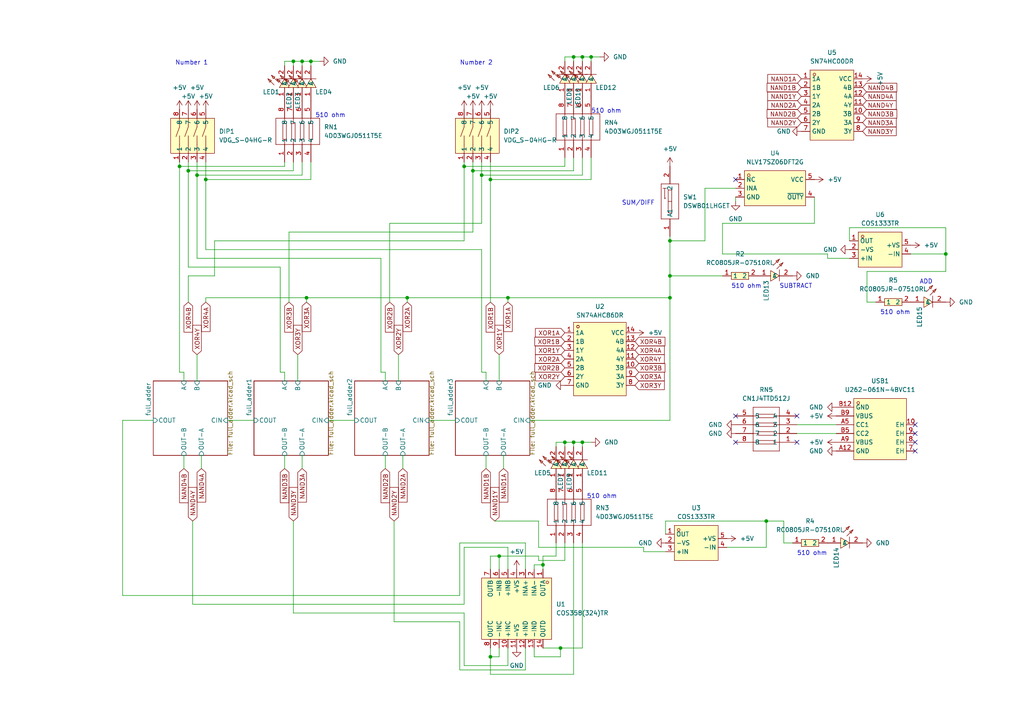
<source format=kicad_sch>
(kicad_sch (version 20211123) (generator eeschema)
  (paper "A4")
  (lib_symbols
    (symbol "!easyeda2kicad:DSWB01LHGET"
      (property "Reference" "SW" (at 0 5.08 0))
      (property "Value" "DSWB01LHGET" (at 0 -5.08 0))
      (symbol "DSWB01LHGET_0_1"
        (pin input line (at -10.16 0 0) (length 5.08) (name "A1") (number "1"))
        (pin input line (at 10.16 0 180) (length 5.08) (name "2") (number "2"))
      )
    )
    (symbol "!easyeda2kicad:VDG_S-04HG-R"
      (property "Reference" "DIP" (at 0 8.89 0))
      (property "Value" "VDG/S-04HG-R" (at 0 -8.89 0))
      (symbol "VDG_S-04HG-R_0_1"
        (pin unspecified line (at -7.62 3.81 0) (length 2.54) (name "1") (number "1"))
        (pin unspecified line (at -7.62 1.27 0) (length 2.54) (name "2") (number "2"))
        (pin unspecified line (at -7.62 -1.27 0) (length 2.54) (name "3") (number "3"))
        (pin unspecified line (at -7.62 -3.81 0) (length 2.54) (name "4") (number "4"))
        (pin unspecified line (at 7.62 -3.81 180) (length 2.54) (name "5") (number "5"))
        (pin unspecified line (at 7.62 -1.27 180) (length 2.54) (name "6") (number "6"))
        (pin unspecified line (at 7.62 1.27 180) (length 2.54) (name "7") (number "7"))
        (pin unspecified line (at 7.62 3.81 180) (length 2.54) (name "8") (number "8"))
      )
    )
    (symbol "easyeda2kicad:19-217_R6C-AL1M2VY_3T"
      (property "Reference" "LED" (at 0 3.81 0))
      (property "Value" "19-217/R6C-AL1M2VY/3T" (at 0 -6.35 0))
      (symbol "19-217_R6C-AL1M2VY_3T_0_1"
        (pin input line (at -5.08 -1.27 0) (length 3.81) (name "A") (number "1"))
        (pin input line (at 5.08 -1.27 180) (length 3.81) (name "C") (number "2"))
      )
    )
    (symbol "easyeda2kicad:4D03WGJ0511T5E"
      (property "Reference" "RN" (at 0 8.89 0))
      (property "Value" "4D03WGJ0511T5E" (at 0 -8.89 0))
      (symbol "4D03WGJ0511T5E_0_1"
        (pin input line (at -8.89 3.81 0) (length 5.08) (name "1") (number "1"))
        (pin input line (at -8.89 1.27 0) (length 5.08) (name "2") (number "2"))
        (pin input line (at -8.89 -1.27 0) (length 5.08) (name "3") (number "3"))
        (pin input line (at -8.89 -3.81 0) (length 5.08) (name "4") (number "4"))
        (pin input line (at 8.89 -3.81 180) (length 5.08) (name "5") (number "5"))
        (pin input line (at 8.89 -1.27 180) (length 5.08) (name "6") (number "6"))
        (pin input line (at 8.89 1.27 180) (length 5.08) (name "7") (number "7"))
        (pin input line (at 8.89 3.81 180) (length 5.08) (name "8") (number "8"))
      )
    )
    (symbol "easyeda2kicad:CN1J4TTD512J"
      (property "Reference" "RN" (at 0 8.89 0))
      (property "Value" "CN1J4TTD512J" (at 0 -8.89 0))
      (symbol "CN1J4TTD512J_0_1"
        (pin input line (at -8.89 3.81 0) (length 5.08) (name "1") (number "1"))
        (pin input line (at -8.89 1.27 0) (length 5.08) (name "2") (number "2"))
        (pin input line (at -8.89 -1.27 0) (length 5.08) (name "3") (number "3"))
        (pin input line (at -8.89 -3.81 0) (length 5.08) (name "4") (number "4"))
        (pin input line (at 8.89 -3.81 180) (length 5.08) (name "5") (number "5"))
        (pin input line (at 8.89 -1.27 180) (length 5.08) (name "6") (number "6"))
        (pin input line (at 8.89 1.27 180) (length 5.08) (name "7") (number "7"))
        (pin input line (at 8.89 3.81 180) (length 5.08) (name "8") (number "8"))
      )
    )
    (symbol "easyeda2kicad:COS1333TR"
      (property "Reference" "U" (at 0 7.62 0))
      (property "Value" "COS1333TR" (at 0 -7.62 0))
      (symbol "COS1333TR_0_1"
        (pin unspecified line (at -8.89 2.54 0) (length 2.54) (name "OUT") (number "1"))
        (pin unspecified line (at -8.89 0 0) (length 2.54) (name "-VS") (number "2"))
        (pin unspecified line (at -8.89 -2.54 0) (length 2.54) (name "+IN") (number "3"))
        (pin unspecified line (at 8.89 -1.27 180) (length 2.54) (name "-IN") (number "4"))
        (pin unspecified line (at 8.89 1.27 180) (length 2.54) (name "+VS") (number "5"))
      )
    )
    (symbol "easyeda2kicad:COS358(324)TR"
      (property "Reference" "U" (at 0 12.7 0))
      (property "Value" "COS358(324)TR" (at 0 -12.7 0))
      (symbol "COS358(324)TR_0_1"
        (pin unspecified line (at -11.43 7.62 0) (length 2.54) (name "OUTA") (number "1"))
        (pin unspecified line (at 11.43 -2.54 180) (length 2.54) (name "+INC") (number "10"))
        (pin unspecified line (at 11.43 0 180) (length 2.54) (name "-VS") (number "11"))
        (pin unspecified line (at 11.43 2.54 180) (length 2.54) (name "+IND") (number "12"))
        (pin unspecified line (at 11.43 5.08 180) (length 2.54) (name "-IND") (number "13"))
        (pin unspecified line (at 11.43 7.62 180) (length 2.54) (name "OUTD") (number "14"))
        (pin unspecified line (at -11.43 5.08 0) (length 2.54) (name "INA-") (number "2"))
        (pin unspecified line (at -11.43 2.54 0) (length 2.54) (name "INA+") (number "3"))
        (pin unspecified line (at -11.43 0 0) (length 2.54) (name "+VS") (number "4"))
        (pin unspecified line (at -11.43 -2.54 0) (length 2.54) (name "+INB") (number "5"))
        (pin unspecified line (at -11.43 -5.08 0) (length 2.54) (name "-INB") (number "6"))
        (pin unspecified line (at -11.43 -7.62 0) (length 2.54) (name "OUTB") (number "7"))
        (pin unspecified line (at 11.43 -7.62 180) (length 2.54) (name "OUTC") (number "8"))
        (pin unspecified line (at 11.43 -5.08 180) (length 2.54) (name "-INC") (number "9"))
      )
    )
    (symbol "easyeda2kicad:NLV17SZ06DFT2G"
      (property "Reference" "U" (at 0 7.62 0))
      (property "Value" "NLV17SZ06DFT2G" (at 0 -7.62 0))
      (symbol "NLV17SZ06DFT2G_0_1"
        (pin unspecified line (at -11.43 2.54 0) (length 2.54) (name "NC") (number "1"))
        (pin unspecified line (at -11.43 0 0) (length 2.54) (name "INA") (number "2"))
        (pin unspecified line (at -11.43 -2.54 0) (length 2.54) (name "GND") (number "3"))
        (pin unspecified line (at 11.43 -2.54 180) (length 2.54) (name "~{OUTY}") (number "4"))
        (pin unspecified line (at 11.43 2.54 180) (length 2.54) (name "VCC") (number "5"))
      )
    )
    (symbol "easyeda2kicad:RC0805JR-07510RL"
      (property "Reference" "R" (at 0 5.08 0))
      (property "Value" "RC0805JR-07510RL" (at 0 -5.08 0))
      (symbol "RC0805JR-07510RL_0_1"
        (pin input line (at -5.08 0 0) (length 2.54) (name "1") (number "1"))
        (pin input line (at 5.08 0 180) (length 2.54) (name "2") (number "2"))
      )
    )
    (symbol "easyeda2kicad:SN74AHC86DR"
      (property "Reference" "U" (at 0 12.7 0))
      (property "Value" "SN74AHC86DR" (at 0 -12.7 0))
      (symbol "SN74AHC86DR_0_1"
        (pin unspecified line (at -10.16 7.62 0) (length 2.54) (name "1A") (number "1"))
        (pin unspecified line (at 10.16 -2.54 180) (length 2.54) (name "3B") (number "10"))
        (pin unspecified line (at 10.16 0 180) (length 2.54) (name "4Y") (number "11"))
        (pin unspecified line (at 10.16 2.54 180) (length 2.54) (name "4A") (number "12"))
        (pin unspecified line (at 10.16 5.08 180) (length 2.54) (name "4B") (number "13"))
        (pin unspecified line (at 10.16 7.62 180) (length 2.54) (name "VCC") (number "14"))
        (pin unspecified line (at -10.16 5.08 0) (length 2.54) (name "1B") (number "2"))
        (pin unspecified line (at -10.16 2.54 0) (length 2.54) (name "1Y") (number "3"))
        (pin unspecified line (at -10.16 0 0) (length 2.54) (name "2A") (number "4"))
        (pin unspecified line (at -10.16 -2.54 0) (length 2.54) (name "2B") (number "5"))
        (pin unspecified line (at -10.16 -5.08 0) (length 2.54) (name "2Y") (number "6"))
        (pin unspecified line (at -10.16 -7.62 0) (length 2.54) (name "GND") (number "7"))
        (pin unspecified line (at 10.16 -7.62 180) (length 2.54) (name "3Y") (number "8"))
        (pin unspecified line (at 10.16 -5.08 180) (length 2.54) (name "3A") (number "9"))
      )
    )
    (symbol "easyeda2kicad:SN74HC00DR"
      (property "Reference" "U" (at 0 12.7 0))
      (property "Value" "SN74HC00DR" (at 0 -12.7 0))
      (symbol "SN74HC00DR_0_1"
        (pin unspecified line (at -8.89 7.62 0) (length 2.54) (name "1A") (number "1"))
        (pin unspecified line (at 8.89 -2.54 180) (length 2.54) (name "3B") (number "10"))
        (pin unspecified line (at 8.89 0 180) (length 2.54) (name "4Y") (number "11"))
        (pin unspecified line (at 8.89 2.54 180) (length 2.54) (name "4A") (number "12"))
        (pin unspecified line (at 8.89 5.08 180) (length 2.54) (name "4B") (number "13"))
        (pin unspecified line (at 8.89 7.62 180) (length 2.54) (name "VCC") (number "14"))
        (pin unspecified line (at -8.89 5.08 0) (length 2.54) (name "1B") (number "2"))
        (pin unspecified line (at -8.89 2.54 0) (length 2.54) (name "1Y") (number "3"))
        (pin unspecified line (at -8.89 0 0) (length 2.54) (name "2A") (number "4"))
        (pin unspecified line (at -8.89 -2.54 0) (length 2.54) (name "2B") (number "5"))
        (pin unspecified line (at -8.89 -5.08 0) (length 2.54) (name "2Y") (number "6"))
        (pin unspecified line (at -8.89 -7.62 0) (length 2.54) (name "GND") (number "7"))
        (pin unspecified line (at 8.89 -7.62 180) (length 2.54) (name "3Y") (number "8"))
        (pin unspecified line (at 8.89 -5.08 180) (length 2.54) (name "3A") (number "9"))
      )
    )
    (symbol "easyeda2kicad:U262-061N-4BVC11"
      (property "Reference" "USB" (at 0 11.43 0))
      (property "Value" "U262-061N-4BVC11" (at 0 -11.43 0))
      (symbol "U262-061N-4BVC11_0_1"
        (pin unspecified line (at 11.43 1.27 180) (length 2.54) (name "EH") (number "10"))
        (pin unspecified line (at 11.43 -6.35 180) (length 2.54) (name "EH") (number "7"))
        (pin unspecified line (at 11.43 -3.81 180) (length 2.54) (name "EH") (number "8"))
        (pin unspecified line (at 11.43 -1.27 180) (length 2.54) (name "EH") (number "9"))
        (pin unspecified line (at -11.43 -6.35 0) (length 5.08) (name "GND") (number "A12"))
        (pin unspecified line (at -11.43 1.27 0) (length 5.08) (name "CC1") (number "A5"))
        (pin unspecified line (at -11.43 -3.81 0) (length 5.08) (name "VBUS") (number "A9"))
        (pin unspecified line (at -11.43 6.35 0) (length 5.08) (name "GND") (number "B12"))
        (pin unspecified line (at -11.43 -1.27 0) (length 5.08) (name "CC2") (number "B5"))
        (pin unspecified line (at -11.43 3.81 0) (length 5.08) (name "VBUS") (number "B9"))
      )
    )
    (symbol "power:+5V" (power) (pin_names (offset 0))
      (property "Value" "+5V" (at 0 3.556 0))
      (symbol "+5V_1_1"
        (pin power_in line (at 0 0 90) (length 0) hide (name "+5V") (number "1"))
      )
    )
    (symbol "power:GND" (power) (pin_names (offset 0))
      (property "Value" "GND" (at 0 -3.81 0))
      (symbol "GND_1_1"
        (pin power_in line (at 0 0 270) (length 0) hide (name "GND") (number "1"))
      )
    )
  )
  (junction (at 168.91 128.27))
  (junction (at 168.91 16.51))
  (junction (at 222.25 151.13))
  (junction (at 166.37 16.51))
  (junction (at 139.7 50.8))
  (junction (at 147.32 86.36))
  (junction (at 163.83 128.27))
  (junction (at 134.62 48.26))
  (junction (at 142.24 52.07))
  (junction (at 87.63 17.78))
  (junction (at 118.11 86.36))
  (junction (at 162.56 187.96))
  (junction (at 85.09 17.78))
  (junction (at 274.32 73.66))
  (junction (at 171.45 16.51))
  (junction (at 88.9 86.36))
  (junction (at 54.61 49.53))
  (junction (at 90.17 17.78))
  (junction (at 137.16 49.53))
  (junction (at 194.31 80.01))
  (junction (at 194.31 69.85))
  (junction (at 157.48 163.83))
  (junction (at 52.07 48.26))
  (junction (at 194.31 86.36))
  (junction (at 59.69 52.07))
  (junction (at 57.15 50.8))
  (junction (at 166.37 128.27))
  (junction (at 142.24 190.5))
  (junction (at 144.78 161.29))
  (no_connect (at 213.36 52.07))
  (no_connect (at 213.36 120.65))
  (no_connect (at 231.14 120.65))
  (no_connect (at 231.14 128.27))
  (no_connect (at 213.36 128.27))
  (no_connect (at 265.43 125.73))
  (no_connect (at 265.43 123.19))
  (no_connect (at 265.43 128.27))
  (no_connect (at 265.43 130.81))
  (wire (pts (xy 87.63 46.99) (xy 87.63 50.8)))
  (wire (pts (xy 171.45 45.72) (xy 171.45 52.07)))
  (wire (pts (xy 53.34 107.95) (xy 53.34 110.49)))
  (wire (pts (xy 116.84 135.89) (xy 116.84 132.08)))
  (wire (pts (xy 88.9 86.36) (xy 88.9 87.63)))
  (wire (pts (xy 90.17 17.78) (xy 90.17 19.05)))
  (wire (pts (xy 157.48 165.1) (xy 157.48 163.83)))
  (wire (pts (xy 137.16 46.99) (xy 137.16 49.53)))
  (wire (pts (xy 274.32 66.04) (xy 274.32 73.66)))
  (wire (pts (xy 144.78 102.87) (xy 144.78 110.49)))
  (wire (pts (xy 154.94 187.96) (xy 154.94 190.5)))
  (wire (pts (xy 139.7 50.8) (xy 139.7 64.77)))
  (wire (pts (xy 87.63 135.89) (xy 87.63 132.08)))
  (wire (pts (xy 133.35 194.31) (xy 152.4 194.31)))
  (wire (pts (xy 171.45 16.51) (xy 171.45 17.78)))
  (wire (pts (xy 246.38 66.04) (xy 274.32 66.04)))
  (wire (pts (xy 246.38 69.85) (xy 246.38 66.04)))
  (wire (pts (xy 35.56 172.72) (xy 133.35 172.72)))
  (wire (pts (xy 236.22 64.77) (xy 209.55 64.77)))
  (wire (pts (xy 240.03 73.66) (xy 240.03 74.93)))
  (wire (pts (xy 137.16 49.53) (xy 137.16 67.31)))
  (wire (pts (xy 171.45 16.51) (xy 173.99 16.51)))
  (wire (pts (xy 146.05 135.89) (xy 146.05 132.08)))
  (wire (pts (xy 143.51 151.13) (xy 156.21 151.13)))
  (wire (pts (xy 161.29 161.29) (xy 161.29 157.48)))
  (wire (pts (xy 83.82 67.31) (xy 137.16 67.31)))
  (wire (pts (xy 139.7 46.99) (xy 139.7 50.8)))
  (wire (pts (xy 186.69 160.02) (xy 193.04 160.02)))
  (wire (pts (xy 82.55 17.78) (xy 85.09 17.78)))
  (wire (pts (xy 90.17 46.99) (xy 90.17 52.07)))
  (wire (pts (xy 111.76 135.89) (xy 111.76 132.08)))
  (wire (pts (xy 86.36 102.87) (xy 86.36 110.49)))
  (wire (pts (xy 209.55 64.77) (xy 209.55 73.66)))
  (wire (pts (xy 58.42 135.89) (xy 58.42 132.08)))
  (wire (pts (xy 156.21 161.29) (xy 156.21 162.56)))
  (wire (pts (xy 144.78 161.29) (xy 156.21 161.29)))
  (wire (pts (xy 240.03 74.93) (xy 246.38 74.93)))
  (wire (pts (xy 154.94 190.5) (xy 162.56 190.5)))
  (wire (pts (xy 142.24 190.5) (xy 142.24 187.96)))
  (wire (pts (xy 166.37 16.51) (xy 168.91 16.51)))
  (wire (pts (xy 163.83 45.72) (xy 163.83 48.26)))
  (wire (pts (xy 85.09 177.8) (xy 134.62 177.8)))
  (wire (pts (xy 142.24 195.58) (xy 142.24 190.5)))
  (wire (pts (xy 53.34 135.89) (xy 53.34 132.08)))
  (wire (pts (xy 81.28 107.95) (xy 82.55 107.95)))
  (wire (pts (xy 227.33 151.13) (xy 227.33 157.48)))
  (wire (pts (xy 168.91 45.72) (xy 168.91 50.8)))
  (wire (pts (xy 52.07 48.26) (xy 52.07 107.95)))
  (wire (pts (xy 59.69 72.39) (xy 139.7 72.39)))
  (wire (pts (xy 114.3 180.34) (xy 133.35 180.34)))
  (wire (pts (xy 95.25 121.92) (xy 102.87 121.92)))
  (wire (pts (xy 142.24 165.1) (xy 142.24 161.29)))
  (wire (pts (xy 274.32 73.66) (xy 274.32 78.74)))
  (wire (pts (xy 134.62 46.99) (xy 134.62 48.26)))
  (wire (pts (xy 156.21 158.75) (xy 186.69 158.75)))
  (wire (pts (xy 222.25 158.75) (xy 222.25 151.13)))
  (wire (pts (xy 139.7 64.77) (xy 113.03 64.77)))
  (wire (pts (xy 134.62 158.75) (xy 147.32 158.75)))
  (wire (pts (xy 90.17 52.07) (xy 59.69 52.07)))
  (wire (pts (xy 213.36 54.61) (xy 204.47 54.61)))
  (wire (pts (xy 166.37 195.58) (xy 142.24 195.58)))
  (wire (pts (xy 168.91 50.8) (xy 139.7 50.8)))
  (wire (pts (xy 144.78 161.29) (xy 144.78 165.1)))
  (wire (pts (xy 166.37 16.51) (xy 166.37 17.78)))
  (wire (pts (xy 168.91 128.27) (xy 168.91 129.54)))
  (wire (pts (xy 156.21 162.56) (xy 163.83 162.56)))
  (wire (pts (xy 82.55 19.05) (xy 82.55 17.78)))
  (wire (pts (xy 134.62 69.85) (xy 62.23 69.85)))
  (wire (pts (xy 193.04 154.94) (xy 193.04 151.13)))
  (wire (pts (xy 194.31 69.85) (xy 194.31 80.01)))
  (wire (pts (xy 166.37 128.27) (xy 168.91 128.27)))
  (wire (pts (xy 147.32 158.75) (xy 147.32 165.1)))
  (wire (pts (xy 82.55 135.89) (xy 82.55 132.08)))
  (wire (pts (xy 154.94 165.1) (xy 154.94 163.83)))
  (wire (pts (xy 118.11 86.36) (xy 118.11 87.63)))
  (wire (pts (xy 140.97 107.95) (xy 140.97 110.49)))
  (wire (pts (xy 139.7 72.39) (xy 139.7 107.95)))
  (wire (pts (xy 54.61 46.99) (xy 54.61 49.53)))
  (wire (pts (xy 251.46 87.63) (xy 254 87.63)))
  (wire (pts (xy 134.62 175.26) (xy 134.62 158.75)))
  (wire (pts (xy 114.3 151.13) (xy 114.3 180.34)))
  (wire (pts (xy 139.7 107.95) (xy 140.97 107.95)))
  (wire (pts (xy 194.31 121.92) (xy 194.31 86.36)))
  (wire (pts (xy 152.4 194.31) (xy 152.4 187.96)))
  (wire (pts (xy 52.07 107.95) (xy 53.34 107.95)))
  (wire (pts (xy 157.48 163.83) (xy 157.48 161.29)))
  (wire (pts (xy 82.55 107.95) (xy 82.55 110.49)))
  (wire (pts (xy 124.46 121.92) (xy 132.08 121.92)))
  (wire (pts (xy 193.04 151.13) (xy 222.25 151.13)))
  (wire (pts (xy 163.83 17.78) (xy 163.83 16.51)))
  (wire (pts (xy 171.45 52.07) (xy 142.24 52.07)))
  (wire (pts (xy 204.47 54.61) (xy 204.47 69.85)))
  (wire (pts (xy 62.23 69.85) (xy 62.23 80.01)))
  (wire (pts (xy 156.21 151.13) (xy 156.21 158.75)))
  (wire (pts (xy 163.83 128.27) (xy 163.83 129.54)))
  (wire (pts (xy 147.32 193.04) (xy 134.62 193.04)))
  (wire (pts (xy 137.16 49.53) (xy 166.37 49.53)))
  (wire (pts (xy 236.22 57.15) (xy 236.22 64.77)))
  (wire (pts (xy 87.63 17.78) (xy 90.17 17.78)))
  (wire (pts (xy 87.63 17.78) (xy 87.63 19.05)))
  (wire (pts (xy 231.14 123.19) (xy 242.57 123.19)))
  (wire (pts (xy 147.32 87.63) (xy 147.32 86.36)))
  (wire (pts (xy 144.78 190.5) (xy 142.24 190.5)))
  (wire (pts (xy 55.88 175.26) (xy 134.62 175.26)))
  (wire (pts (xy 168.91 187.96) (xy 168.91 157.48)))
  (wire (pts (xy 209.55 80.01) (xy 194.31 80.01)))
  (wire (pts (xy 142.24 161.29) (xy 144.78 161.29)))
  (wire (pts (xy 161.29 128.27) (xy 163.83 128.27)))
  (wire (pts (xy 153.67 121.92) (xy 194.31 121.92)))
  (wire (pts (xy 227.33 157.48) (xy 229.87 157.48)))
  (wire (pts (xy 168.91 16.51) (xy 168.91 17.78)))
  (wire (pts (xy 35.56 121.92) (xy 44.45 121.92)))
  (wire (pts (xy 59.69 86.36) (xy 59.69 87.63)))
  (wire (pts (xy 133.35 157.48) (xy 152.4 157.48)))
  (wire (pts (xy 57.15 46.99) (xy 57.15 50.8)))
  (wire (pts (xy 166.37 45.72) (xy 166.37 49.53)))
  (wire (pts (xy 210.82 158.75) (xy 222.25 158.75)))
  (wire (pts (xy 133.35 180.34) (xy 133.35 194.31)))
  (wire (pts (xy 110.49 107.95) (xy 110.49 74.93)))
  (wire (pts (xy 57.15 102.87) (xy 57.15 110.49)))
  (wire (pts (xy 83.82 87.63) (xy 83.82 67.31)))
  (wire (pts (xy 274.32 78.74) (xy 251.46 78.74)))
  (wire (pts (xy 59.69 52.07) (xy 59.69 72.39)))
  (wire (pts (xy 134.62 48.26) (xy 134.62 69.85)))
  (wire (pts (xy 186.69 158.75) (xy 186.69 160.02)))
  (wire (pts (xy 57.15 50.8) (xy 57.15 74.93)))
  (wire (pts (xy 264.16 73.66) (xy 274.32 73.66)))
  (wire (pts (xy 85.09 17.78) (xy 87.63 17.78)))
  (wire (pts (xy 154.94 163.83) (xy 157.48 163.83)))
  (wire (pts (xy 62.23 80.01) (xy 54.61 80.01)))
  (wire (pts (xy 163.83 16.51) (xy 166.37 16.51)))
  (wire (pts (xy 161.29 129.54) (xy 161.29 128.27)))
  (wire (pts (xy 147.32 187.96) (xy 147.32 193.04)))
  (wire (pts (xy 55.88 175.26) (xy 55.88 151.13)))
  (wire (pts (xy 115.57 102.87) (xy 115.57 110.49)))
  (wire (pts (xy 166.37 128.27) (xy 166.37 129.54)))
  (wire (pts (xy 85.09 17.78) (xy 85.09 19.05)))
  (wire (pts (xy 87.63 50.8) (xy 57.15 50.8)))
  (wire (pts (xy 88.9 86.36) (xy 59.69 86.36)))
  (wire (pts (xy 163.83 128.27) (xy 166.37 128.27)))
  (wire (pts (xy 231.14 125.73) (xy 242.57 125.73)))
  (wire (pts (xy 54.61 49.53) (xy 54.61 77.47)))
  (wire (pts (xy 194.31 86.36) (xy 147.32 86.36)))
  (wire (pts (xy 152.4 157.48) (xy 152.4 165.1)))
  (wire (pts (xy 209.55 73.66) (xy 240.03 73.66)))
  (wire (pts (xy 213.36 58.42) (xy 213.36 57.15)))
  (wire (pts (xy 134.62 48.26) (xy 163.83 48.26)))
  (wire (pts (xy 90.17 17.78) (xy 92.71 17.78)))
  (wire (pts (xy 194.31 68.58) (xy 194.31 69.85)))
  (wire (pts (xy 162.56 190.5) (xy 162.56 187.96)))
  (wire (pts (xy 251.46 78.74) (xy 251.46 87.63)))
  (wire (pts (xy 166.37 157.48) (xy 166.37 195.58)))
  (wire (pts (xy 204.47 69.85) (xy 194.31 69.85)))
  (wire (pts (xy 133.35 172.72) (xy 133.35 157.48)))
  (wire (pts (xy 35.56 172.72) (xy 35.56 121.92)))
  (wire (pts (xy 54.61 77.47) (xy 81.28 77.47)))
  (wire (pts (xy 142.24 46.99) (xy 142.24 52.07)))
  (wire (pts (xy 66.04 121.92) (xy 73.66 121.92)))
  (wire (pts (xy 157.48 161.29) (xy 161.29 161.29)))
  (wire (pts (xy 113.03 64.77) (xy 113.03 87.63)))
  (wire (pts (xy 110.49 74.93) (xy 57.15 74.93)))
  (wire (pts (xy 142.24 52.07) (xy 142.24 87.63)))
  (wire (pts (xy 85.09 46.99) (xy 85.09 49.53)))
  (wire (pts (xy 157.48 187.96) (xy 162.56 187.96)))
  (wire (pts (xy 59.69 46.99) (xy 59.69 52.07)))
  (wire (pts (xy 52.07 46.99) (xy 52.07 48.26)))
  (wire (pts (xy 140.97 135.89) (xy 140.97 132.08)))
  (wire (pts (xy 85.09 49.53) (xy 54.61 49.53)))
  (wire (pts (xy 85.09 177.8) (xy 85.09 151.13)))
  (wire (pts (xy 222.25 151.13) (xy 227.33 151.13)))
  (wire (pts (xy 82.55 46.99) (xy 82.55 48.26)))
  (wire (pts (xy 82.55 48.26) (xy 52.07 48.26)))
  (wire (pts (xy 118.11 86.36) (xy 88.9 86.36)))
  (wire (pts (xy 168.91 128.27) (xy 171.45 128.27)))
  (wire (pts (xy 54.61 80.01) (xy 54.61 87.63)))
  (wire (pts (xy 111.76 110.49) (xy 111.76 107.95)))
  (wire (pts (xy 162.56 187.96) (xy 168.91 187.96)))
  (wire (pts (xy 111.76 107.95) (xy 110.49 107.95)))
  (wire (pts (xy 144.78 187.96) (xy 144.78 190.5)))
  (wire (pts (xy 134.62 193.04) (xy 134.62 177.8)))
  (wire (pts (xy 118.11 86.36) (xy 147.32 86.36)))
  (wire (pts (xy 81.28 77.47) (xy 81.28 107.95)))
  (wire (pts (xy 168.91 16.51) (xy 171.45 16.51)))
  (wire (pts (xy 163.83 157.48) (xy 163.83 162.56)))
  (wire (pts (xy 194.31 80.01) (xy 194.31 86.36)))
  (text "Number 2\n" (at 133.35 19.05 0) (effects (font (size 1.27 1.27)) (justify left bottom)))
  (text "SUBTRACT" (at 226.06 83.82 0) (effects (font (size 1.27 1.27)) (justify left bottom)))
  (text "510 ohm" (at 212.09 83.82 0) (effects (font (size 1.27 1.27)) (justify left bottom)))
  (text "Number 1\n" (at 50.8 19.05 0) (effects (font (size 1.27 1.27)) (justify left bottom)))
  (text "510 ohm" (at 171.45 33.02 0) (effects (font (size 1.27 1.27)) (justify left bottom)))
  (text "510 ohm" (at 91.44 34.29 0) (effects (font (size 1.27 1.27)) (justify left bottom)))
  (text "ADD\n" (at 266.7 82.55 0) (effects (font (size 1.27 1.27)) (justify left bottom)))
  (text "510 ohm" (at 231.14 161.29 0) (effects (font (size 1.27 1.27)) (justify left bottom)))
  (text "510 ohm" (at 170.18 144.78 0) (effects (font (size 1.27 1.27)) (justify left bottom)))
  (text "510 ohm" (at 255.27 91.44 0) (effects (font (size 1.27 1.27)) (justify left bottom)))
  (text "SUM/DIFF" (at 180.34 59.69 0) (effects (font (size 1.27 1.27)) (justify left bottom)))
  (global_label "XOR2B" (shape input) (at 163.83 106.68 180) (property "Intersheet References" "${INTERSHEET_REFS}" (effects hide)))
  (global_label "NAND4A" (shape input) (at 250.19 27.94 0) (property "Intersheet References" "${INTERSHEET_REFS}" (effects hide)))
  (global_label "NAND1B" (shape input) (at 232.41 25.4 180) (property "Intersheet References" "${INTERSHEET_REFS}" (effects hide)))
  (global_label "NAND1A" (shape input) (at 146.05 135.89 270) (property "Intersheet References" "${INTERSHEET_REFS}" (effects hide)))
  (global_label "NAND3B" (shape input) (at 82.55 135.89 270) (property "Intersheet References" "${INTERSHEET_REFS}" (effects hide)))
  (global_label "NAND1Y" (shape input) (at 143.51 151.13 90) (property "Intersheet References" "${INTERSHEET_REFS}" (effects hide)))
  (global_label "NAND3B" (shape input) (at 250.19 33.02 0) (property "Intersheet References" "${INTERSHEET_REFS}" (effects hide)))
  (global_label "NAND4B" (shape input) (at 53.34 135.89 270) (property "Intersheet References" "${INTERSHEET_REFS}" (effects hide)))
  (global_label "XOR1Y" (shape input) (at 144.78 102.87 90) (property "Intersheet References" "${INTERSHEET_REFS}" (effects hide)))
  (global_label "XOR1A" (shape input) (at 163.83 96.52 180) (property "Intersheet References" "${INTERSHEET_REFS}" (effects hide)))
  (global_label "XOR2Y" (shape input) (at 115.57 102.87 90) (property "Intersheet References" "${INTERSHEET_REFS}" (effects hide)))
  (global_label "XOR2A" (shape input) (at 118.11 87.63 270) (property "Intersheet References" "${INTERSHEET_REFS}" (effects hide)))
  (global_label "NAND4Y" (shape input) (at 250.19 30.48 0) (property "Intersheet References" "${INTERSHEET_REFS}" (effects hide)))
  (global_label "NAND2A" (shape input) (at 116.84 135.89 270) (property "Intersheet References" "${INTERSHEET_REFS}" (effects hide)))
  (global_label "XOR2Y" (shape input) (at 163.83 109.22 180) (property "Intersheet References" "${INTERSHEET_REFS}" (effects hide)))
  (global_label "NAND4Y" (shape input) (at 55.88 151.13 90) (property "Intersheet References" "${INTERSHEET_REFS}" (effects hide)))
  (global_label "XOR4Y" (shape input) (at 184.15 104.14 0) (property "Intersheet References" "${INTERSHEET_REFS}" (effects hide)))
  (global_label "NAND1A" (shape input) (at 232.41 22.86 180) (property "Intersheet References" "${INTERSHEET_REFS}" (effects hide)))
  (global_label "NAND2B" (shape input) (at 111.76 135.89 270) (property "Intersheet References" "${INTERSHEET_REFS}" (effects hide)))
  (global_label "XOR1B" (shape input) (at 163.83 99.06 180) (property "Intersheet References" "${INTERSHEET_REFS}" (effects hide)))
  (global_label "XOR3Y" (shape input) (at 184.15 111.76 0) (property "Intersheet References" "${INTERSHEET_REFS}" (effects hide)))
  (global_label "XOR2B" (shape input) (at 113.03 87.63 270) (property "Intersheet References" "${INTERSHEET_REFS}" (effects hide)))
  (global_label "XOR3Y" (shape input) (at 86.36 102.87 90) (property "Intersheet References" "${INTERSHEET_REFS}" (effects hide)))
  (global_label "XOR4B" (shape input) (at 184.15 99.06 0) (property "Intersheet References" "${INTERSHEET_REFS}" (effects hide)))
  (global_label "NAND2Y" (shape input) (at 114.3 151.13 90) (property "Intersheet References" "${INTERSHEET_REFS}" (effects hide)))
  (global_label "XOR1B" (shape input) (at 142.24 87.63 270) (property "Intersheet References" "${INTERSHEET_REFS}" (effects hide)))
  (global_label "NAND3Y" (shape input) (at 250.19 38.1 0) (property "Intersheet References" "${INTERSHEET_REFS}" (effects hide)))
  (global_label "NAND4B" (shape input) (at 250.19 25.4 0) (property "Intersheet References" "${INTERSHEET_REFS}" (effects hide)))
  (global_label "NAND3A" (shape input) (at 87.63 135.89 270) (property "Intersheet References" "${INTERSHEET_REFS}" (effects hide)))
  (global_label "XOR1Y" (shape input) (at 163.83 101.6 180) (property "Intersheet References" "${INTERSHEET_REFS}" (effects hide)))
  (global_label "NAND2B" (shape input) (at 232.41 33.02 180) (property "Intersheet References" "${INTERSHEET_REFS}" (effects hide)))
  (global_label "XOR2A" (shape input) (at 163.83 104.14 180) (property "Intersheet References" "${INTERSHEET_REFS}" (effects hide)))
  (global_label "XOR4Y" (shape input) (at 57.15 102.87 90) (property "Intersheet References" "${INTERSHEET_REFS}" (effects hide)))
  (global_label "NAND1B" (shape input) (at 140.97 135.89 270) (property "Intersheet References" "${INTERSHEET_REFS}" (effects hide)))
  (global_label "NAND1Y" (shape input) (at 232.41 27.94 180) (property "Intersheet References" "${INTERSHEET_REFS}" (effects hide)))
  (global_label "XOR3A" (shape input) (at 184.15 109.22 0) (property "Intersheet References" "${INTERSHEET_REFS}" (effects hide)))
  (global_label "NAND3Y" (shape input) (at 85.09 151.13 90) (property "Intersheet References" "${INTERSHEET_REFS}" (effects hide)))
  (global_label "XOR1A" (shape input) (at 147.32 87.63 270) (property "Intersheet References" "${INTERSHEET_REFS}" (effects hide)))
  (global_label "XOR3B" (shape input) (at 83.82 87.63 270) (property "Intersheet References" "${INTERSHEET_REFS}" (effects hide)))
  (global_label "XOR3B" (shape input) (at 184.15 106.68 0) (property "Intersheet References" "${INTERSHEET_REFS}" (effects hide)))
  (global_label "XOR4B" (shape input) (at 54.61 87.63 270) (property "Intersheet References" "${INTERSHEET_REFS}" (effects hide)))
  (global_label "NAND3A" (shape input) (at 250.19 35.56 0) (property "Intersheet References" "${INTERSHEET_REFS}" (effects hide)))
  (global_label "XOR3A" (shape input) (at 88.9 87.63 270) (property "Intersheet References" "${INTERSHEET_REFS}" (effects hide)))
  (global_label "XOR4A" (shape input) (at 59.69 87.63 270) (property "Intersheet References" "${INTERSHEET_REFS}" (effects hide)))
  (global_label "NAND4A" (shape input) (at 58.42 135.89 270) (property "Intersheet References" "${INTERSHEET_REFS}" (effects hide)))
  (global_label "NAND2A" (shape input) (at 232.41 30.48 180) (property "Intersheet References" "${INTERSHEET_REFS}" (effects hide)))
  (global_label "XOR4A" (shape input) (at 184.15 101.6 0) (property "Intersheet References" "${INTERSHEET_REFS}" (effects hide)))
  (global_label "NAND2Y" (shape input) (at 232.41 35.56 180) (property "Intersheet References" "${INTERSHEET_REFS}" (effects hide)))
  (symbol (lib_id "power:+5V") (at 194.31 48.26 0) (unit 1)
    (property "Reference" "#PWR021" (effects hide))
    (property "Value" "+5V" (at 194.31 43.18 0))
  )
  (symbol (lib_id "easyeda2kicad:4D03WGJ0511T5E") (at 167.64 36.83 90) (unit 1)
    (property "Reference" "RN4" (at 175.26 35.5599 90) (effects (justify right)))
    (property "Value" "4D03WGJ0511T5E" (at 175.26 38.0999 90) (effects (justify right)))
    (property "Footprint" "easyeda2kicad:RES-ARRAY-SMD_0603-8P-L3.2-W1.6-BL" (effects hide))
    (property "Datasheet" "https://lcsc.com/product-detail/Resistor-Networks-Arrays_510R-511-5_C25511.html" (effects hide))
    (property "Manufacturer" "UniOhm" (effects hide))
    (property "LCSC Part" "C25511" (effects hide))
    (property "JLC Part" "Extended Part" (effects hide))
  )
  (symbol (lib_id "easyeda2kicad:19-217_R6C-AL1M2VY_3T") (at 162.56 134.62 90) (unit 1)
    (property "Reference" "LED7" (at 162.56 137.16 0) (effects (justify right)))
    (property "Value" "19-217_R6C-AL1M2VY_3T" (effects hide))
    (property "Footprint" "easyeda2kicad:LED0603-R-RD" (effects hide))
    (property "Datasheet" "https://lcsc.com/product-detail/Light-Emitting-Diodes-LED_0603-Red-LED_C72044.html" (effects hide))
    (property "Manufacturer" "EVERLIGHT(亿光)" (effects hide))
    (property "LCSC Part" "C72044" (effects hide))
    (property "JLC Part" "Extended Part" (effects hide))
  )
  (symbol (lib_id "power:+5V") (at 57.15 31.75 0) (unit 1)
    (property "Reference" "#PWR03" (effects hide))
    (property "Value" "+5V" (at 57.15 25.4 0))
  )
  (symbol (lib_id "power:+5V") (at 210.82 156.21 270) (unit 1)
    (property "Reference" "#PWR022" (effects hide))
    (property "Value" "+5V" (at 214.63 156.2099 90) (effects (justify left)))
  )
  (symbol (lib_id "power:+5V") (at 242.57 128.27 90) (unit 1)
    (property "Reference" "#PWR032" (effects hide))
    (property "Value" "+5V" (at 238.76 128.2699 90) (effects (justify left)))
  )
  (symbol (lib_id "power:+5V") (at 59.69 31.75 0) (unit 1)
    (property "Reference" "#PWR04" (effects hide))
    (property "Value" "+5V" (at 59.69 27.94 0))
  )
  (symbol (lib_id "!easyeda2kicad:DSWB01LHGET") (at 194.31 58.42 90) (unit 1)
    (property "Reference" "SW1" (at 198.12 57.1499 90) (effects (justify right)))
    (property "Value" "DSWB01LHGET" (at 198.12 59.6899 90) (effects (justify right)))
    (property "Footprint" "easyeda2kicad:SW-TH_DSWB01LHGET" (effects hide))
    (property "Datasheet" "https://lcsc.com/product-detail/DIP-Switches_2-54mm-1_C126888.html" (effects hide))
    (property "Manufacturer" "YE" (effects hide))
    (property "LCSC Part" "C126888" (effects hide))
    (property "JLC Part" "Extended Part" (effects hide))
  )
  (symbol (lib_id "easyeda2kicad:CN1J4TTD512J") (at 222.25 124.46 180) (unit 1)
    (property "Reference" "RN5" (at 222.25 113.03 0))
    (property "Value" "CN1J4TTD512J" (at 222.25 115.57 0))
    (property "Footprint" "easyeda2kicad:RES-ARRAY-SMD_0603-8P-L3.2-W1.6-BL" (effects hide))
    (property "Datasheet" "https://lcsc.com/product-detail/Others_KOA-Speer-Elec-CN1J4TTD512J_C240740.html" (effects hide))
    (property "Manufacturer" "KOA" (effects hide))
    (property "LCSC Part" "C240740" (effects hide))
    (property "JLC Part" "Extended Part" (effects hide))
  )
  (symbol (lib_id "easyeda2kicad:U262-061N-4BVC11") (at 254 124.46 0) (unit 1)
    (property "Reference" "USB1" (at 255.27 110.49 0))
    (property "Value" "U262-061N-4BVC11" (at 255.27 113.03 0))
    (property "Footprint" "easyeda2kicad:USB-SMD_U262-061N-4BVC11" (effects hide))
    (property "Manufacturer" "XKB Connectivity(中国星坤)" (effects hide))
    (property "LCSC Part" "C2764612" (effects hide))
    (property "JLC Part" "Extended Part" (effects hide))
  )
  (symbol (lib_id "power:GND") (at 193.04 157.48 270) (unit 1)
    (property "Reference" "#PWR020" (effects hide))
    (property "Value" "GND" (at 189.23 157.4799 90) (effects (justify right)))
  )
  (symbol (lib_id "power:GND") (at 149.86 187.96 0) (unit 1)
    (property "Reference" "#PWR013" (effects hide))
    (property "Value" "GND" (at 149.86 193.04 0))
  )
  (symbol (lib_id "easyeda2kicad:RC0805JR-07510RL") (at 234.95 157.48 0) (unit 1)
    (property "Reference" "R4" (at 234.95 151.13 0))
    (property "Value" "RC0805JR-07510RL" (at 234.95 153.67 0))
    (property "Footprint" "easyeda2kicad:R0805" (effects hide))
    (property "Datasheet" "https://lcsc.com/product-detail/Chip-Resistor-Surface-Mount_510R-511-5_C114744.html" (effects hide))
    (property "Manufacturer" "YAGEO(国巨)" (effects hide))
    (property "LCSC Part" "C114744" (effects hide))
    (property "JLC Part" "Extended Part" (effects hide))
  )
  (symbol (lib_id "easyeda2kicad:19-217_R6C-AL1M2VY_3T") (at 160.02 134.62 90) (unit 1)
    (property "Reference" "LED5" (at 154.94 137.16 90) (effects (justify right)))
    (property "Value" "19-217_R6C-AL1M2VY_3T" (effects hide))
    (property "Footprint" "easyeda2kicad:LED0603-R-RD" (effects hide))
    (property "Datasheet" "https://lcsc.com/product-detail/Light-Emitting-Diodes-LED_0603-Red-LED_C72044.html" (effects hide))
    (property "Manufacturer" "EVERLIGHT(亿光)" (effects hide))
    (property "LCSC Part" "C72044" (effects hide))
    (property "JLC Part" "Extended Part" (effects hide))
  )
  (symbol (lib_id "!easyeda2kicad:VDG_S-04HG-R") (at 55.88 39.37 90) (unit 1)
    (property "Reference" "DIP1" (at 63.5 38.0999 90) (effects (justify right)))
    (property "Value" "VDG_S-04HG-R" (at 63.5 40.6399 90) (effects (justify right)))
    (property "Footprint" "easyeda2kicad:SW-TH_8P-L11.7-W9.9-P2.54" (effects hide))
    (property "Datasheet" "https://lcsc.com/product-detail/DIP-Switches_4segment8-red_C15781.html" (effects hide))
    (property "Manufacturer" "TONVER(东威)" (effects hide))
    (property "LCSC Part" "C15781" (effects hide))
    (property "JLC Part" "Extended Part" (effects hide))
  )
  (symbol (lib_id "easyeda2kicad:4D03WGJ0511T5E") (at 86.36 38.1 90) (unit 1)
    (property "Reference" "RN1" (at 93.98 36.8299 90) (effects (justify right)))
    (property "Value" "4D03WGJ0511T5E" (at 93.98 39.3699 90) (effects (justify right)))
    (property "Footprint" "easyeda2kicad:RES-ARRAY-SMD_0603-8P-L3.2-W1.6-BL" (effects hide))
    (property "Datasheet" "https://lcsc.com/product-detail/Resistor-Networks-Arrays_510R-511-5_C25511.html" (effects hide))
    (property "Manufacturer" "UniOhm" (effects hide))
    (property "LCSC Part" "C25511" (effects hide))
    (property "JLC Part" "Extended Part" (effects hide))
  )
  (symbol (lib_id "power:+5V") (at 264.16 71.12 270) (unit 1)
    (property "Reference" "#PWR037" (effects hide))
    (property "Value" "+5V" (at 267.97 71.1199 90) (effects (justify left)))
  )
  (symbol (lib_id "power:+5V") (at 242.57 120.65 90) (unit 1)
    (property "Reference" "#PWR031" (effects hide))
    (property "Value" "+5V" (at 238.76 120.6499 90) (effects (justify left)))
  )
  (symbol (lib_id "power:+5V") (at 139.7 31.75 0) (unit 1)
    (property "Reference" "#PWR08" (effects hide))
    (property "Value" "+5V" (at 139.7 25.4 0))
  )
  (symbol (lib_id "easyeda2kicad:19-217_R6C-AL1M2VY_3T") (at 165.1 22.86 90) (unit 1)
    (property "Reference" "LED8" (at 165.1 25.4 0) (effects (justify right)))
    (property "Value" "19-217_R6C-AL1M2VY_3T" (effects hide))
    (property "Footprint" "easyeda2kicad:LED0603-R-RD" (effects hide))
    (property "Datasheet" "https://lcsc.com/product-detail/Light-Emitting-Diodes-LED_0603-Red-LED_C72044.html" (effects hide))
    (property "Manufacturer" "EVERLIGHT(亿光)" (effects hide))
    (property "LCSC Part" "C72044" (effects hide))
    (property "JLC Part" "Extended Part" (effects hide))
  )
  (symbol (lib_id "power:GND") (at 213.36 125.73 270) (unit 1)
    (property "Reference" "#PWR026" (effects hide))
    (property "Value" "GND" (at 209.55 125.7299 90) (effects (justify right)))
  )
  (symbol (lib_id "easyeda2kicad:NLV17SZ06DFT2G") (at 224.79 54.61 0) (unit 1)
    (property "Reference" "U4" (at 224.79 44.45 0))
    (property "Value" "NLV17SZ06DFT2G" (at 224.79 46.99 0))
    (property "Footprint" "easyeda2kicad:SC-88A_L2.0-W1.3-P0.65-LS2.1-BR" (effects hide))
    (property "Manufacturer" "onsemi(安森美)" (effects hide))
    (property "LCSC Part" "C893569" (effects hide))
    (property "JLC Part" "Extended Part" (effects hide))
  )
  (symbol (lib_id "easyeda2kicad:19-217_R6C-AL1M2VY_3T") (at 165.1 134.62 90) (unit 1)
    (property "Reference" "LED9" (at 165.1 137.16 0) (effects (justify right)))
    (property "Value" "19-217_R6C-AL1M2VY_3T" (effects hide))
    (property "Footprint" "easyeda2kicad:LED0603-R-RD" (effects hide))
    (property "Datasheet" "https://lcsc.com/product-detail/Light-Emitting-Diodes-LED_0603-Red-LED_C72044.html" (effects hide))
    (property "Manufacturer" "EVERLIGHT(亿光)" (effects hide))
    (property "LCSC Part" "C72044" (effects hide))
    (property "JLC Part" "Extended Part" (effects hide))
  )
  (symbol (lib_id "power:GND") (at 173.99 16.51 90) (unit 1)
    (property "Reference" "#PWR018" (effects hide))
    (property "Value" "GND" (at 177.8 16.5099 90) (effects (justify right)))
  )
  (symbol (lib_id "easyeda2kicad:19-217_R6C-AL1M2VY_3T") (at 167.64 22.86 90) (unit 1)
    (property "Reference" "LED10" (at 167.64 25.4 0) (effects (justify right)))
    (property "Value" "19-217_R6C-AL1M2VY_3T" (effects hide))
    (property "Footprint" "easyeda2kicad:LED0603-R-RD" (effects hide))
    (property "Datasheet" "https://lcsc.com/product-detail/Light-Emitting-Diodes-LED_0603-Red-LED_C72044.html" (effects hide))
    (property "Manufacturer" "EVERLIGHT(亿光)" (effects hide))
    (property "LCSC Part" "C72044" (effects hide))
    (property "JLC Part" "Extended Part" (effects hide))
  )
  (symbol (lib_id "easyeda2kicad:19-217_R6C-AL1M2VY_3T") (at 170.18 22.86 90) (unit 1)
    (property "Reference" "LED12" (at 172.72 25.4 90) (effects (justify right)))
    (property "Value" "19-217_R6C-AL1M2VY_3T" (effects hide))
    (property "Footprint" "easyeda2kicad:LED0603-R-RD" (effects hide))
    (property "Datasheet" "https://lcsc.com/product-detail/Light-Emitting-Diodes-LED_0603-Red-LED_C72044.html" (effects hide))
    (property "Manufacturer" "EVERLIGHT(亿光)" (effects hide))
    (property "LCSC Part" "C72044" (effects hide))
    (property "JLC Part" "Extended Part" (effects hide))
  )
  (symbol (lib_id "easyeda2kicad:COS1333TR") (at 201.93 157.48 0) (unit 1)
    (property "Reference" "U3" (at 201.93 147.32 0))
    (property "Value" "COS1333TR" (at 201.93 149.86 0))
    (property "Footprint" "easyeda2kicad:SOT-23-5_L2.9-W1.6-P0.95-LS2.8-BL" (effects hide))
    (property "Datasheet" "https://lcsc.com/product-detail/Precision-OpAmps_COSINE-COS1333TR_C693072.html" (effects hide))
    (property "Manufacturer" "COSINE(科山芯创)" (effects hide))
    (property "LCSC Part" "C693072" (effects hide))
    (property "JLC Part" "Extended Part" (effects hide))
  )
  (symbol (lib_id "power:GND") (at 163.83 111.76 270) (unit 1)
    (property "Reference" "#PWR016" (effects hide))
    (property "Value" "GND" (at 160.02 111.7599 90) (effects (justify right)))
  )
  (symbol (lib_id "power:+5V") (at 149.86 165.1 0) (unit 1)
    (property "Reference" "#PWR012" (effects hide))
    (property "Value" "+5V" (at 149.86 160.02 0))
  )
  (symbol (lib_id "power:GND") (at 246.38 72.39 270) (unit 1)
    (property "Reference" "#PWR?" (effects hide))
    (property "Value" "GND" (at 238.76 72.39 90) (effects (justify left)))
  )
  (symbol (lib_id "power:+5V") (at 142.24 31.75 0) (unit 1)
    (property "Reference" "#PWR09" (effects hide))
    (property "Value" "+5V" (at 142.24 27.94 0))
  )
  (symbol (lib_id "easyeda2kicad:4D03WGJ0511T5E") (at 165.1 148.59 90) (unit 1)
    (property "Reference" "RN3" (at 172.72 147.3199 90) (effects (justify right)))
    (property "Value" "4D03WGJ0511T5E" (at 172.72 149.8599 90) (effects (justify right)))
    (property "Footprint" "easyeda2kicad:RES-ARRAY-SMD_0603-8P-L3.2-W1.6-BL" (effects hide))
    (property "Datasheet" "https://lcsc.com/product-detail/Resistor-Networks-Arrays_510R-511-5_C25511.html" (effects hide))
    (property "Manufacturer" "UniOhm" (effects hide))
    (property "LCSC Part" "C25511" (effects hide))
    (property "JLC Part" "Extended Part" (effects hide))
  )
  (symbol (lib_id "power:+5V") (at 250.19 22.86 270) (unit 1)
    (property "Reference" "#PWR035" (effects hide))
    (property "Value" "+5V" (at 255.27 22.86 0))
  )
  (symbol (lib_id "power:+5V") (at 54.61 31.75 0) (unit 1)
    (property "Reference" "#PWR02" (effects hide))
    (property "Value" "+5V" (at 54.61 27.94 0))
  )
  (symbol (lib_id "easyeda2kicad:COS1333TR") (at 255.27 72.39 0) (unit 1)
    (property "Reference" "U6" (at 255.27 62.23 0))
    (property "Value" "COS1333TR" (at 255.27 64.77 0))
    (property "Footprint" "easyeda2kicad:SOT-23-5_L2.9-W1.6-P0.95-LS2.8-BL" (effects hide))
    (property "Datasheet" "https://lcsc.com/product-detail/Precision-OpAmps_COSINE-COS1333TR_C693072.html" (effects hide))
    (property "Manufacturer" "COSINE(科山芯创)" (effects hide))
    (property "LCSC Part" "C693072" (effects hide))
    (property "JLC Part" "Extended Part" (effects hide))
  )
  (symbol (lib_id "easyeda2kicad:COS358(324)TR") (at 149.86 176.53 270) (unit 1)
    (property "Reference" "U1" (at 161.29 175.2599 90) (effects (justify left)))
    (property "Value" "COS358(324)TR" (at 161.29 177.7999 90) (effects (justify left)))
    (property "Footprint" "easyeda2kicad:TSSOP-14_L5.0-W4.4-P0.65-LS6.4-BL" (effects hide))
    (property "Datasheet" "https://lcsc.com/product-detail/General-Purpose-Amplifiers_COSINE-COS358-324-TR_C726649.html" (effects hide))
    (property "Manufacturer" "COSINE" (effects hide))
    (property "LCSC Part" "C726649" (effects hide))
    (property "JLC Part" "Extended Part" (effects hide))
  )
  (symbol (lib_id "power:GND") (at 250.19 157.48 90) (unit 1)
    (property "Reference" "#PWR036" (effects hide))
    (property "Value" "GND" (at 254 157.4799 90) (effects (justify right)))
  )
  (symbol (lib_id "!easyeda2kicad:VDG_S-04HG-R") (at 138.43 39.37 90) (unit 1)
    (property "Reference" "DIP2" (at 146.05 38.0999 90) (effects (justify right)))
    (property "Value" "VDG_S-04HG-R" (at 146.05 40.6399 90) (effects (justify right)))
    (property "Footprint" "easyeda2kicad:SW-TH_8P-L11.7-W9.9-P2.54" (effects hide))
    (property "Datasheet" "https://lcsc.com/product-detail/DIP-Switches_4segment8-red_C15781.html" (effects hide))
    (property "Manufacturer" "TONVER(东威)" (effects hide))
    (property "LCSC Part" "C15781" (effects hide))
    (property "JLC Part" "Extended Part" (effects hide))
  )
  (symbol (lib_id "power:GND") (at 242.57 130.81 270) (unit 1)
    (property "Reference" "#PWR033" (effects hide))
    (property "Value" "GND" (at 238.76 130.8099 90) (effects (justify right)))
  )
  (symbol (lib_id "easyeda2kicad:19-217_R6C-AL1M2VY_3T") (at 162.56 22.86 90) (unit 1)
    (property "Reference" "LED6" (at 157.48 25.4 90) (effects (justify right)))
    (property "Value" "19-217_R6C-AL1M2VY_3T" (effects hide))
    (property "Footprint" "easyeda2kicad:LED0603-R-RD" (effects hide))
    (property "Datasheet" "https://lcsc.com/product-detail/Light-Emitting-Diodes-LED_0603-Red-LED_C72044.html" (effects hide))
    (property "Manufacturer" "EVERLIGHT(亿光)" (effects hide))
    (property "LCSC Part" "C72044" (effects hide))
    (property "JLC Part" "Extended Part" (effects hide))
  )
  (symbol (lib_id "easyeda2kicad:RC0805JR-07510RL") (at 214.63 80.01 0) (unit 1)
    (property "Reference" "R2" (at 214.63 73.66 0))
    (property "Value" "RC0805JR-07510RL" (at 214.63 76.2 0))
    (property "Footprint" "easyeda2kicad:R0805" (effects hide))
    (property "Datasheet" "https://lcsc.com/product-detail/Chip-Resistor-Surface-Mount_510R-511-5_C114744.html" (effects hide))
    (property "Manufacturer" "YAGEO(国巨)" (effects hide))
    (property "LCSC Part" "C114744" (effects hide))
    (property "JLC Part" "Extended Part" (effects hide))
  )
  (symbol (lib_id "power:+5V") (at 236.22 52.07 270) (unit 1)
    (property "Reference" "#PWR029" (effects hide))
    (property "Value" "+5V" (at 240.03 52.0699 90) (effects (justify left)))
  )
  (symbol (lib_id "power:GND") (at 213.36 123.19 270) (unit 1)
    (property "Reference" "#PWR025" (effects hide))
    (property "Value" "GND" (at 209.55 123.1899 90) (effects (justify right)))
  )
  (symbol (lib_id "easyeda2kicad:19-217_R6C-AL1M2VY_3T") (at 269.24 86.36 0) (unit 1)
    (property "Reference" "LED15" (at 266.7 88.9 90) (effects (justify right)))
    (property "Value" "19-217_R6C-AL1M2VY_3T" (effects hide))
    (property "Footprint" "easyeda2kicad:LED0603-R-RD" (effects hide))
    (property "Datasheet" "https://lcsc.com/product-detail/Light-Emitting-Diodes-LED_0603-Red-LED_C72044.html" (effects hide))
    (property "Manufacturer" "EVERLIGHT(亿光)" (effects hide))
    (property "LCSC Part" "C72044" (effects hide))
    (property "JLC Part" "Extended Part" (effects hide))
  )
  (symbol (lib_id "power:GND") (at 274.32 87.63 90) (unit 1)
    (property "Reference" "#PWR039" (effects hide))
    (property "Value" "GND" (at 278.13 87.6299 90) (effects (justify right)))
  )
  (symbol (lib_id "easyeda2kicad:19-217_R6C-AL1M2VY_3T") (at 224.79 78.74 0) (unit 1)
    (property "Reference" "LED13" (at 222.25 81.28 90) (effects (justify right)))
    (property "Value" "19-217_R6C-AL1M2VY_3T" (effects hide))
    (property "Footprint" "easyeda2kicad:LED0603-R-RD" (effects hide))
    (property "Datasheet" "https://lcsc.com/product-detail/Light-Emitting-Diodes-LED_0603-Red-LED_C72044.html" (effects hide))
    (property "Manufacturer" "EVERLIGHT(亿光)" (effects hide))
    (property "LCSC Part" "C72044" (effects hide))
    (property "JLC Part" "Extended Part" (effects hide))
  )
  (symbol (lib_id "power:+5V") (at 137.16 31.75 0) (unit 1)
    (property "Reference" "#PWR07" (effects hide))
    (property "Value" "+5V" (at 137.16 27.94 0))
  )
  (symbol (lib_id "easyeda2kicad:19-217_R6C-AL1M2VY_3T") (at 83.82 24.13 90) (unit 1)
    (property "Reference" "LED2" (at 83.82 26.67 0) (effects (justify right)))
    (property "Value" "19-217_R6C-AL1M2VY_3T" (effects hide))
    (property "Footprint" "easyeda2kicad:LED0603-R-RD" (effects hide))
    (property "Datasheet" "https://lcsc.com/product-detail/Light-Emitting-Diodes-LED_0603-Red-LED_C72044.html" (effects hide))
    (property "Manufacturer" "EVERLIGHT(亿光)" (effects hide))
    (property "LCSC Part" "C72044" (effects hide))
    (property "JLC Part" "Extended Part" (effects hide))
  )
  (symbol (lib_id "easyeda2kicad:19-217_R6C-AL1M2VY_3T") (at 167.64 134.62 90) (unit 1)
    (property "Reference" "LED11" (at 170.18 137.16 90) (effects (justify right)))
    (property "Value" "19-217_R6C-AL1M2VY_3T" (effects hide))
    (property "Footprint" "easyeda2kicad:LED0603-R-RD" (effects hide))
    (property "Datasheet" "https://lcsc.com/product-detail/Light-Emitting-Diodes-LED_0603-Red-LED_C72044.html" (effects hide))
    (property "Manufacturer" "EVERLIGHT(亿光)" (effects hide))
    (property "LCSC Part" "C72044" (effects hide))
    (property "JLC Part" "Extended Part" (effects hide))
  )
  (symbol (lib_id "power:+5V") (at 134.62 31.75 0) (unit 1)
    (property "Reference" "#PWR06" (effects hide))
    (property "Value" "+5V" (at 134.62 25.4 0))
  )
  (symbol (lib_id "power:GND") (at 232.41 38.1 270) (unit 1)
    (property "Reference" "#PWR028" (effects hide))
    (property "Value" "GND" (at 227.33 38.1 90))
  )
  (symbol (lib_id "power:GND") (at 242.57 118.11 270) (unit 1)
    (property "Reference" "#PWR030" (effects hide))
    (property "Value" "GND" (at 238.76 118.1099 90) (effects (justify right)))
  )
  (symbol (lib_id "easyeda2kicad:RC0805JR-07510RL") (at 259.08 87.63 0) (unit 1)
    (property "Reference" "R5" (at 259.08 81.28 0))
    (property "Value" "RC0805JR-07510RL" (at 259.08 83.82 0))
    (property "Footprint" "easyeda2kicad:R0805" (effects hide))
    (property "Datasheet" "https://lcsc.com/product-detail/Chip-Resistor-Surface-Mount_510R-511-5_C114744.html" (effects hide))
    (property "Manufacturer" "YAGEO(国巨)" (effects hide))
    (property "LCSC Part" "C114744" (effects hide))
    (property "JLC Part" "Extended Part" (effects hide))
  )
  (symbol (lib_id "easyeda2kicad:SN74AHC86DR") (at 173.99 104.14 0) (unit 1)
    (property "Reference" "U2" (at 173.99 88.9 0))
    (property "Value" "SN74AHC86DR" (at 173.99 91.44 0))
    (property "Footprint" "easyeda2kicad:SOIC-14_L8.7-W3.9-P1.27-LS6.0-BL" (effects hide))
    (property "Datasheet" "https://lcsc.com/product-detail/74-Series_TI_SN74AHC86DR_SN74AHC86DR_C8175.html" (effects hide))
    (property "Manufacturer" "TI(德州仪器)" (effects hide))
    (property "LCSC Part" "C8175" (effects hide))
    (property "JLC Part" "Extended Part" (effects hide))
  )
  (symbol (lib_id "power:+5V") (at 52.07 31.75 0) (unit 1)
    (property "Reference" "#PWR01" (effects hide))
    (property "Value" "+5V" (at 52.07 25.4 0))
  )
  (symbol (lib_id "easyeda2kicad:19-217_R6C-AL1M2VY_3T") (at 86.36 24.13 90) (unit 1)
    (property "Reference" "LED3" (at 86.36 26.67 0) (effects (justify right)))
    (property "Value" "19-217_R6C-AL1M2VY_3T" (effects hide))
    (property "Footprint" "easyeda2kicad:LED0603-R-RD" (effects hide))
    (property "Datasheet" "https://lcsc.com/product-detail/Light-Emitting-Diodes-LED_0603-Red-LED_C72044.html" (effects hide))
    (property "Manufacturer" "EVERLIGHT(亿光)" (effects hide))
    (property "LCSC Part" "C72044" (effects hide))
    (property "JLC Part" "Extended Part" (effects hide))
  )
  (symbol (lib_id "power:GND") (at 229.87 80.01 90) (unit 1)
    (property "Reference" "#PWR027" (effects hide))
    (property "Value" "GND" (at 233.68 80.0099 90) (effects (justify right)))
  )
  (symbol (lib_id "easyeda2kicad:19-217_R6C-AL1M2VY_3T") (at 81.28 24.13 90) (unit 1)
    (property "Reference" "LED1" (at 76.2 26.67 90) (effects (justify right)))
    (property "Value" "19-217_R6C-AL1M2VY_3T" (effects hide))
    (property "Footprint" "easyeda2kicad:LED0603-R-RD" (effects hide))
    (property "Datasheet" "https://lcsc.com/product-detail/Light-Emitting-Diodes-LED_0603-Red-LED_C72044.html" (effects hide))
    (property "Manufacturer" "EVERLIGHT(亿光)" (effects hide))
    (property "LCSC Part" "C72044" (effects hide))
    (property "JLC Part" "Extended Part" (effects hide))
  )
  (symbol (lib_id "power:+5V") (at 184.15 96.52 270) (unit 1)
    (property "Reference" "#PWR019" (effects hide))
    (property "Value" "+5V" (at 187.96 96.5199 90) (effects (justify left)))
  )
  (symbol (lib_id "power:GND") (at 171.45 128.27 90) (unit 1)
    (property "Reference" "#PWR017" (effects hide))
    (property "Value" "GND" (at 175.26 128.2699 90) (effects (justify right)))
  )
  (symbol (lib_id "easyeda2kicad:SN74HC00DR") (at 241.3 30.48 0) (unit 1)
    (property "Reference" "U5" (at 241.3 15.24 0))
    (property "Value" "SN74HC00DR" (at 241.3 17.78 0))
    (property "Footprint" "easyeda2kicad:SOIC-14_L8.7-W3.9-P1.27-LS6.0-BL" (effects hide))
    (property "Datasheet" "https://lcsc.com/product-detail/74-Series_TI_SN74HC00DR_SN74HC00DR_C10090.html" (effects hide))
    (property "Manufacturer" "TI(德州仪器)" (effects hide))
    (property "LCSC Part" "C10090" (effects hide))
    (property "JLC Part" "Extended Part" (effects hide))
  )
  (symbol (lib_id "power:GND") (at 92.71 17.78 90) (unit 1)
    (property "Reference" "#PWR05" (effects hide))
    (property "Value" "GND" (at 96.52 17.7799 90) (effects (justify right)))
  )
  (symbol (lib_id "power:GND") (at 213.36 58.42 0) (unit 1)
    (property "Reference" "#PWR024" (effects hide))
    (property "Value" "GND" (at 213.36 63.5 0))
  )
  (symbol (lib_id "easyeda2kicad:19-217_R6C-AL1M2VY_3T") (at 88.9 24.13 90) (unit 1)
    (property "Reference" "LED4" (at 91.44 26.67 90) (effects (justify right)))
    (property "Value" "19-217_R6C-AL1M2VY_3T" (effects hide))
    (property "Footprint" "easyeda2kicad:LED0603-R-RD" (effects hide))
    (property "Datasheet" "https://lcsc.com/product-detail/Light-Emitting-Diodes-LED_0603-Red-LED_C72044.html" (effects hide))
    (property "Manufacturer" "EVERLIGHT(亿光)" (effects hide))
    (property "LCSC Part" "C72044" (effects hide))
    (property "JLC Part" "Extended Part" (effects hide))
  )
  (symbol (lib_id "easyeda2kicad:19-217_R6C-AL1M2VY_3T") (at 245.11 156.21 0) (unit 1)
    (property "Reference" "LED14" (at 242.57 158.75 90) (effects (justify right)))
    (property "Value" "19-217_R6C-AL1M2VY_3T" (effects hide))
    (property "Footprint" "easyeda2kicad:LED0603-R-RD" (effects hide))
    (property "Datasheet" "https://lcsc.com/product-detail/Light-Emitting-Diodes-LED_0603-Red-LED_C72044.html" (effects hide))
    (property "Manufacturer" "EVERLIGHT(亿光)" (effects hide))
    (property "LCSC Part" "C72044" (effects hide))
    (property "JLC Part" "Extended Part" (effects hide))
  )
  (sheet (at 102.87 110.49) (size 21.59 21.59) (stroke (width 0.1524))
    (property "Sheet name" "full_adder2" (at 102.1584 120.65 90) (effects (justify left bottom)))
    (property "Sheet file" "full_adder.kicad_sch" (at 124.46 132.08 90) (effects (justify left top)))
    (pin "A" input (at 111.76 110.49 90))
    (pin "B" input (at 115.57 110.49 90))
    (pin "CIN" input (at 124.46 121.92 0))
    (pin "OUT-B" input (at 111.76 132.08 270))
    (pin "OUT-A" input (at 116.84 132.08 270))
    (pin "COUT" input (at 102.87 121.92 180))
  )
  (sheet (at 44.45 110.49) (size 21.59 21.59) (stroke (width 0.1524))
    (property "Sheet name" "full_adder" (at 43.7384 120.65 90) (effects (justify left bottom)))
    (property "Sheet file" "full_adder.kicad_sch" (at 66.04 132.08 90) (effects (justify left top)))
    (pin "A" input (at 53.34 110.49 90))
    (pin "B" input (at 57.15 110.49 90))
    (pin "CIN" input (at 66.04 121.92 0))
    (pin "OUT-B" input (at 53.34 132.08 270))
    (pin "OUT-A" input (at 58.42 132.08 270))
    (pin "COUT" input (at 44.45 121.92 180))
  )
  (sheet (at 132.08 110.49) (size 21.59 21.59) (stroke (width 0.1524))
    (property "Sheet name" "full_adder3" (at 131.3684 120.65 90) (effects (justify left bottom)))
    (property "Sheet file" "full_adder.kicad_sch" (at 153.67 132.08 90) (effects (justify left top)))
    (pin "A" input (at 140.97 110.49 90))
    (pin "B" input (at 144.78 110.49 90))
    (pin "CIN" input (at 153.67 121.92 0))
    (pin "OUT-B" input (at 140.97 132.08 270))
    (pin "OUT-A" input (at 146.05 132.08 270))
    (pin "COUT" input (at 132.08 121.92 180))
  )
  (sheet (at 73.66 110.49) (size 21.59 21.59) (stroke (width 0.1524))
    (property "Sheet name" "full_adder1" (at 72.9484 120.65 90) (effects (justify left bottom)))
    (property "Sheet file" "full_adder.kicad_sch" (at 95.25 132.08 90) (effects (justify left top)))
    (pin "A" input (at 82.55 110.49 90))
    (pin "B" input (at 86.36 110.49 90))
    (pin "CIN" input (at 95.25 121.92 0))
    (pin "OUT-B" input (at 82.55 132.08 270))
    (pin "OUT-A" input (at 87.63 132.08 270))
    (pin "COUT" input (at 73.66 121.92 180))
  )
)
</source>
